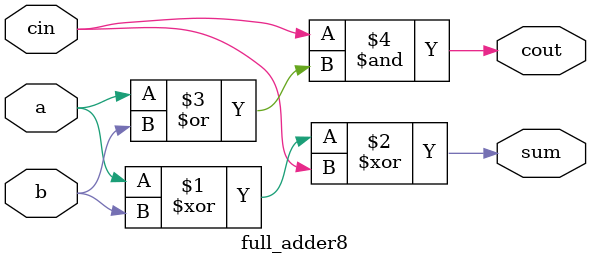
<source format=v>
module full_adder8(a,b,cin,sum,cout);
input a,b,cin;
output sum,cout;
assign sum = a^b^cin;
assign cout = 1'b0|cin&(a|b); 
// initial begin
//     $display("The incorrect adder with and0 and or2 having out/0 and in1/0");
// end   
endmodule
</source>
